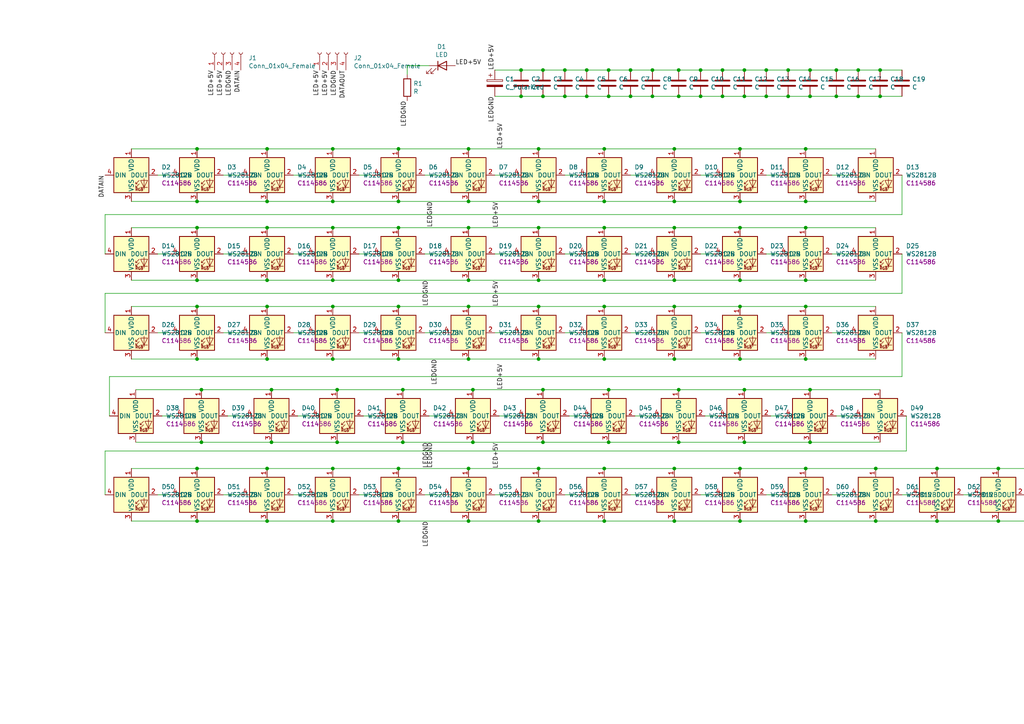
<source format=kicad_sch>
(kicad_sch (version 20211123) (generator eeschema)
  (paper "A4")
  (title_block (title "SPIN RCV PANEL") (date "2023-02-10") (rev "3"))
  (junction (at 195.58 104.14))
  (junction (at 96.52 151.13))
  (junction (at 175.26 58.42))
  (junction (at 195.58 81.28))
  (junction (at 115.57 88.9))
  (junction (at 170.18 27.94))
  (junction (at 234.95 27.94))
  (junction (at 57.15 104.14))
  (junction (at 58.42 113.03))
  (junction (at 214.63 88.9))
  (junction (at 96.52 135.89))
  (junction (at 271.78 135.89))
  (junction (at 135.89 88.9))
  (junction (at 115.57 43.18))
  (junction (at 96.52 66.04))
  (junction (at 176.53 27.94))
  (junction (at 195.58 58.42))
  (junction (at 116.84 113.03))
  (junction (at 77.47 43.18))
  (junction (at 77.47 81.28))
  (junction (at 115.57 151.13))
  (junction (at 196.85 113.03))
  (junction (at 57.15 81.28))
  (junction (at 214.63 43.18))
  (junction (at 195.58 88.9))
  (junction (at 57.15 66.04))
  (junction (at 196.85 128.27))
  (junction (at 228.6 27.94))
  (junction (at 175.26 104.14))
  (junction (at 137.16 128.27))
  (junction (at 195.58 135.89))
  (junction (at 170.18 20.32))
  (junction (at 175.26 66.04))
  (junction (at 57.15 58.42))
  (junction (at 151.13 20.32))
  (junction (at 289.56 151.13))
  (junction (at 97.79 113.03))
  (junction (at 163.83 27.94))
  (junction (at 176.53 20.32))
  (junction (at 271.78 151.13))
  (junction (at 289.56 135.89))
  (junction (at 115.57 58.42))
  (junction (at 182.88 20.32))
  (junction (at 215.9 20.32))
  (junction (at 196.85 20.32))
  (junction (at 215.9 128.27))
  (junction (at 209.55 27.94))
  (junction (at 156.21 58.42))
  (junction (at 175.26 88.9))
  (junction (at 96.52 58.42))
  (junction (at 215.9 113.03))
  (junction (at 176.53 113.03))
  (junction (at 156.21 43.18))
  (junction (at 233.68 66.04))
  (junction (at 96.52 104.14))
  (junction (at 233.68 81.28))
  (junction (at 78.74 113.03))
  (junction (at 175.26 81.28))
  (junction (at 234.95 128.27))
  (junction (at 242.57 27.94))
  (junction (at 233.68 151.13))
  (junction (at 233.68 88.9))
  (junction (at 175.26 135.89))
  (junction (at 96.52 81.28))
  (junction (at 115.57 81.28))
  (junction (at 135.89 151.13))
  (junction (at 57.15 151.13))
  (junction (at 222.25 27.94))
  (junction (at 116.84 128.27))
  (junction (at 96.52 88.9))
  (junction (at 156.21 66.04))
  (junction (at 222.25 20.32))
  (junction (at 233.68 104.14))
  (junction (at 157.48 20.32))
  (junction (at 77.47 135.89))
  (junction (at 157.48 113.03))
  (junction (at 196.85 27.94))
  (junction (at 115.57 104.14))
  (junction (at 77.47 104.14))
  (junction (at 115.57 66.04))
  (junction (at 209.55 20.32))
  (junction (at 156.21 88.9))
  (junction (at 215.9 27.94))
  (junction (at 195.58 43.18))
  (junction (at 57.15 88.9))
  (junction (at 255.27 27.94))
  (junction (at 135.89 58.42))
  (junction (at 96.52 43.18))
  (junction (at 163.83 20.32))
  (junction (at 97.79 128.27))
  (junction (at 157.48 27.94))
  (junction (at 156.21 104.14))
  (junction (at 137.16 113.03))
  (junction (at 195.58 66.04))
  (junction (at 58.42 128.27))
  (junction (at 151.13 27.94))
  (junction (at 135.89 104.14))
  (junction (at 254 151.13))
  (junction (at 214.63 81.28))
  (junction (at 214.63 58.42))
  (junction (at 77.47 58.42))
  (junction (at 77.47 151.13))
  (junction (at 228.6 20.32))
  (junction (at 175.26 151.13))
  (junction (at 214.63 66.04))
  (junction (at 115.57 135.89))
  (junction (at 176.53 128.27))
  (junction (at 135.89 43.18))
  (junction (at 57.15 135.89))
  (junction (at 189.23 20.32))
  (junction (at 248.92 20.32))
  (junction (at 182.88 27.94))
  (junction (at 135.89 135.89))
  (junction (at 175.26 43.18))
  (junction (at 214.63 104.14))
  (junction (at 233.68 135.89))
  (junction (at 156.21 151.13))
  (junction (at 203.2 27.94))
  (junction (at 156.21 135.89))
  (junction (at 234.95 113.03))
  (junction (at 214.63 135.89))
  (junction (at 234.95 20.32))
  (junction (at 78.74 128.27))
  (junction (at 57.15 43.18))
  (junction (at 195.58 151.13))
  (junction (at 135.89 81.28))
  (junction (at 135.89 66.04))
  (junction (at 254 135.89))
  (junction (at 189.23 27.94))
  (junction (at 156.21 81.28))
  (junction (at 233.68 58.42))
  (junction (at 233.68 43.18))
  (junction (at 203.2 20.32))
  (junction (at 248.92 27.94))
  (junction (at 77.47 66.04))
  (junction (at 157.48 128.27))
  (junction (at 77.47 88.9))
  (junction (at 242.57 20.32))
  (junction (at 214.63 151.13))
  (junction (at 255.27 20.32))
  (wire (pts (xy 118.11 19.05) (xy 118.11 21.59)))
  (wire (pts (xy 135.89 81.28) (xy 156.21 81.28)))
  (wire (pts (xy 233.68 88.9) (xy 214.63 88.9)))
  (wire (pts (xy 88.9 73.66) (xy 85.09 73.66)))
  (wire (pts (xy 58.42 128.27) (xy 78.74 128.27)))
  (wire (pts (xy 228.6 27.94) (xy 222.25 27.94)))
  (wire (pts (xy 196.85 113.03) (xy 176.53 113.03)))
  (wire (pts (xy 204.47 120.65) (xy 208.28 120.65)))
  (wire (pts (xy 222.25 96.52) (xy 226.06 96.52)))
  (wire (pts (xy 234.95 20.32) (xy 242.57 20.32)))
  (wire (pts (xy 187.96 73.66) (xy 182.88 73.66)))
  (wire (pts (xy 123.19 50.8) (xy 128.27 50.8)))
  (wire (pts (xy 261.62 62.23) (xy 30.48 62.23)))
  (wire (pts (xy 195.58 104.14) (xy 214.63 104.14)))
  (wire (pts (xy 97.79 113.03) (xy 78.74 113.03)))
  (wire (pts (xy 143.51 20.32) (xy 151.13 20.32)))
  (wire (pts (xy 105.41 120.65) (xy 109.22 120.65)))
  (wire (pts (xy 77.47 104.14) (xy 96.52 104.14)))
  (wire (pts (xy 97.79 128.27) (xy 116.84 128.27)))
  (wire (pts (xy 233.68 43.18) (xy 214.63 43.18)))
  (wire (pts (xy 307.34 135.89) (xy 289.56 135.89)))
  (wire (pts (xy 124.46 120.65) (xy 129.54 120.65)))
  (wire (pts (xy 143.51 143.51) (xy 148.59 143.51)))
  (wire (pts (xy 175.26 88.9) (xy 156.21 88.9)))
  (wire (pts (xy 96.52 104.14) (xy 115.57 104.14)))
  (wire (pts (xy 77.47 88.9) (xy 57.15 88.9)))
  (wire (pts (xy 135.89 66.04) (xy 115.57 66.04)))
  (wire (pts (xy 214.63 58.42) (xy 233.68 58.42)))
  (wire (pts (xy 45.72 50.8) (xy 49.53 50.8)))
  (wire (pts (xy 195.58 135.89) (xy 175.26 135.89)))
  (wire (pts (xy 261.62 27.94) (xy 255.27 27.94)))
  (wire (pts (xy 96.52 88.9) (xy 77.47 88.9)))
  (wire (pts (xy 233.68 104.14) (xy 254 104.14)))
  (wire (pts (xy 195.58 81.28) (xy 214.63 81.28)))
  (wire (pts (xy 135.89 58.42) (xy 156.21 58.42)))
  (wire (pts (xy 195.58 58.42) (xy 214.63 58.42)))
  (wire (pts (xy 241.3 96.52) (xy 246.38 96.52)))
  (wire (pts (xy 38.1 81.28) (xy 57.15 81.28)))
  (wire (pts (xy 78.74 128.27) (xy 97.79 128.27)))
  (wire (pts (xy 39.37 128.27) (xy 58.42 128.27)))
  (wire (pts (xy 157.48 128.27) (xy 176.53 128.27)))
  (wire (pts (xy 233.68 135.89) (xy 214.63 135.89)))
  (wire (pts (xy 57.15 81.28) (xy 77.47 81.28)))
  (wire (pts (xy 195.58 151.13) (xy 214.63 151.13)))
  (wire (pts (xy 255.27 27.94) (xy 248.92 27.94)))
  (wire (pts (xy 30.48 130.81) (xy 30.48 143.51)))
  (wire (pts (xy 214.63 88.9) (xy 195.58 88.9)))
  (wire (pts (xy 234.95 128.27) (xy 255.27 128.27)))
  (wire (pts (xy 255.27 20.32) (xy 261.62 20.32)))
  (wire (pts (xy 165.1 120.65) (xy 168.91 120.65)))
  (wire (pts (xy 255.27 113.03) (xy 234.95 113.03)))
  (wire (pts (xy 135.89 151.13) (xy 156.21 151.13)))
  (wire (pts (xy 242.57 120.65) (xy 247.65 120.65)))
  (wire (pts (xy 175.26 151.13) (xy 195.58 151.13)))
  (wire (pts (xy 57.15 88.9) (xy 38.1 88.9)))
  (wire (pts (xy 163.83 96.52) (xy 167.64 96.52)))
  (wire (pts (xy 170.18 27.94) (xy 163.83 27.94)))
  (wire (pts (xy 156.21 104.14) (xy 175.26 104.14)))
  (wire (pts (xy 135.89 43.18) (xy 115.57 43.18)))
  (wire (pts (xy 78.74 113.03) (xy 58.42 113.03)))
  (wire (pts (xy 157.48 20.32) (xy 163.83 20.32)))
  (wire (pts (xy 241.3 50.8) (xy 246.38 50.8)))
  (wire (pts (xy 167.64 73.66) (xy 163.83 73.66)))
  (wire (pts (xy 96.52 135.89) (xy 77.47 135.89)))
  (wire (pts (xy 116.84 113.03) (xy 97.79 113.03)))
  (wire (pts (xy 196.85 27.94) (xy 189.23 27.94)))
  (wire (pts (xy 135.89 88.9) (xy 115.57 88.9)))
  (wire (pts (xy 137.16 113.03) (xy 116.84 113.03)))
  (wire (pts (xy 182.88 27.94) (xy 176.53 27.94)))
  (wire (pts (xy 175.26 135.89) (xy 156.21 135.89)))
  (wire (pts (xy 176.53 128.27) (xy 196.85 128.27)))
  (wire (pts (xy 307.34 151.13) (xy 289.56 151.13)))
  (wire (pts (xy 261.62 50.8) (xy 261.62 62.23)))
  (wire (pts (xy 289.56 151.13) (xy 271.78 151.13)))
  (wire (pts (xy 156.21 81.28) (xy 175.26 81.28)))
  (wire (pts (xy 30.48 62.23) (xy 30.48 73.66)))
  (wire (pts (xy 45.72 96.52) (xy 49.53 96.52)))
  (wire (pts (xy 143.51 96.52) (xy 148.59 96.52)))
  (wire (pts (xy 209.55 20.32) (xy 215.9 20.32)))
  (wire (pts (xy 163.83 50.8) (xy 167.64 50.8)))
  (wire (pts (xy 222.25 27.94) (xy 215.9 27.94)))
  (wire (pts (xy 262.89 120.65) (xy 262.89 130.81)))
  (wire (pts (xy 234.95 113.03) (xy 215.9 113.03)))
  (wire (pts (xy 203.2 143.51) (xy 207.01 143.51)))
  (wire (pts (xy 233.68 66.04) (xy 214.63 66.04)))
  (wire (pts (xy 261.62 73.66) (xy 261.62 85.09)))
  (wire (pts (xy 156.21 66.04) (xy 135.89 66.04)))
  (wire (pts (xy 124.46 19.05) (xy 118.11 19.05)))
  (wire (pts (xy 214.63 43.18) (xy 195.58 43.18)))
  (wire (pts (xy 115.57 135.89) (xy 96.52 135.89)))
  (wire (pts (xy 242.57 27.94) (xy 234.95 27.94)))
  (wire (pts (xy 261.62 85.09) (xy 30.48 85.09)))
  (wire (pts (xy 57.15 104.14) (xy 77.47 104.14)))
  (wire (pts (xy 156.21 43.18) (xy 135.89 43.18)))
  (wire (pts (xy 254 88.9) (xy 233.68 88.9)))
  (wire (pts (xy 281.94 143.51) (xy 279.4 143.51)))
  (wire (pts (xy 96.52 81.28) (xy 115.57 81.28)))
  (wire (pts (xy 115.57 58.42) (xy 135.89 58.42)))
  (wire (pts (xy 226.06 73.66) (xy 222.25 73.66)))
  (wire (pts (xy 175.26 58.42) (xy 195.58 58.42)))
  (wire (pts (xy 261.62 109.22) (xy 31.75 109.22)))
  (wire (pts (xy 77.47 151.13) (xy 96.52 151.13)))
  (wire (pts (xy 104.14 50.8) (xy 107.95 50.8)))
  (wire (pts (xy 77.47 135.89) (xy 57.15 135.89)))
  (wire (pts (xy 246.38 73.66) (xy 241.3 73.66)))
  (wire (pts (xy 148.59 73.66) (xy 143.51 73.66)))
  (wire (pts (xy 182.88 96.52) (xy 187.96 96.52)))
  (wire (pts (xy 77.47 58.42) (xy 96.52 58.42)))
  (wire (pts (xy 262.89 130.81) (xy 30.48 130.81)))
  (wire (pts (xy 31.75 109.22) (xy 31.75 120.65)))
  (wire (pts (xy 115.57 88.9) (xy 96.52 88.9)))
  (wire (pts (xy 135.89 104.14) (xy 156.21 104.14)))
  (wire (pts (xy 64.77 50.8) (xy 69.85 50.8)))
  (wire (pts (xy 104.14 143.51) (xy 107.95 143.51)))
  (wire (pts (xy 215.9 27.94) (xy 209.55 27.94)))
  (wire (pts (xy 170.18 20.32) (xy 176.53 20.32)))
  (wire (pts (xy 96.52 151.13) (xy 115.57 151.13)))
  (wire (pts (xy 176.53 113.03) (xy 157.48 113.03)))
  (wire (pts (xy 163.83 27.94) (xy 157.48 27.94)))
  (wire (pts (xy 96.52 58.42) (xy 115.57 58.42)))
  (wire (pts (xy 163.83 20.32) (xy 170.18 20.32)))
  (wire (pts (xy 77.47 43.18) (xy 57.15 43.18)))
  (wire (pts (xy 156.21 58.42) (xy 175.26 58.42)))
  (wire (pts (xy 156.21 151.13) (xy 175.26 151.13)))
  (wire (pts (xy 46.99 120.65) (xy 50.8 120.65)))
  (wire (pts (xy 58.42 113.03) (xy 39.37 113.03)))
  (wire (pts (xy 222.25 20.32) (xy 228.6 20.32)))
  (wire (pts (xy 189.23 20.32) (xy 196.85 20.32)))
  (wire (pts (xy 151.13 27.94) (xy 143.51 27.94)))
  (wire (pts (xy 214.63 81.28) (xy 233.68 81.28)))
  (wire (pts (xy 203.2 96.52) (xy 207.01 96.52)))
  (wire (pts (xy 203.2 50.8) (xy 207.01 50.8)))
  (wire (pts (xy 196.85 20.32) (xy 203.2 20.32)))
  (wire (pts (xy 209.55 27.94) (xy 203.2 27.94)))
  (wire (pts (xy 38.1 104.14) (xy 57.15 104.14)))
  (wire (pts (xy 64.77 96.52) (xy 69.85 96.52)))
  (wire (pts (xy 115.57 43.18) (xy 96.52 43.18)))
  (wire (pts (xy 57.15 151.13) (xy 77.47 151.13)))
  (wire (pts (xy 85.09 50.8) (xy 88.9 50.8)))
  (wire (pts (xy 57.15 66.04) (xy 38.1 66.04)))
  (wire (pts (xy 271.78 151.13) (xy 254 151.13)))
  (wire (pts (xy 175.26 66.04) (xy 156.21 66.04)))
  (wire (pts (xy 123.19 143.51) (xy 128.27 143.51)))
  (wire (pts (xy 115.57 66.04) (xy 96.52 66.04)))
  (wire (pts (xy 175.26 104.14) (xy 195.58 104.14)))
  (wire (pts (xy 189.23 27.94) (xy 182.88 27.94)))
  (wire (pts (xy 115.57 151.13) (xy 135.89 151.13)))
  (wire (pts (xy 233.68 81.28) (xy 254 81.28)))
  (wire (pts (xy 234.95 27.94) (xy 228.6 27.94)))
  (wire (pts (xy 289.56 135.89) (xy 271.78 135.89)))
  (wire (pts (xy 77.47 66.04) (xy 57.15 66.04)))
  (wire (pts (xy 215.9 128.27) (xy 234.95 128.27)))
  (wire (pts (xy 175.26 81.28) (xy 195.58 81.28)))
  (wire (pts (xy 38.1 58.42) (xy 57.15 58.42)))
  (wire (pts (xy 254 43.18) (xy 233.68 43.18)))
  (wire (pts (xy 115.57 104.14) (xy 135.89 104.14)))
  (wire (pts (xy 163.83 143.51) (xy 167.64 143.51)))
  (wire (pts (xy 123.19 96.52) (xy 128.27 96.52)))
  (wire (pts (xy 157.48 27.94) (xy 151.13 27.94)))
  (wire (pts (xy 248.92 20.32) (xy 255.27 20.32)))
  (wire (pts (xy 214.63 135.89) (xy 195.58 135.89)))
  (wire (pts (xy 254 135.89) (xy 233.68 135.89)))
  (wire (pts (xy 104.14 96.52) (xy 107.95 96.52)))
  (wire (pts (xy 38.1 151.13) (xy 57.15 151.13)))
  (wire (pts (xy 182.88 20.32) (xy 189.23 20.32)))
  (wire (pts (xy 215.9 113.03) (xy 196.85 113.03)))
  (wire (pts (xy 57.15 43.18) (xy 38.1 43.18)))
  (wire (pts (xy 107.95 73.66) (xy 104.14 73.66)))
  (wire (pts (xy 85.09 96.52) (xy 88.9 96.52)))
  (wire (pts (xy 261.62 96.52) (xy 261.62 109.22)))
  (wire (pts (xy 248.92 27.94) (xy 242.57 27.94)))
  (wire (pts (xy 85.09 143.51) (xy 88.9 143.51)))
  (wire (pts (xy 176.53 20.32) (xy 182.88 20.32)))
  (wire (pts (xy 77.47 81.28) (xy 96.52 81.28)))
  (wire (pts (xy 96.52 66.04) (xy 77.47 66.04)))
  (wire (pts (xy 299.72 143.51) (xy 297.18 143.51)))
  (wire (pts (xy 115.57 81.28) (xy 135.89 81.28)))
  (wire (pts (xy 57.15 58.42) (xy 77.47 58.42)))
  (wire (pts (xy 69.85 73.66) (xy 64.77 73.66)))
  (wire (pts (xy 215.9 20.32) (xy 222.25 20.32)))
  (wire (pts (xy 182.88 50.8) (xy 187.96 50.8)))
  (wire (pts (xy 66.04 120.65) (xy 71.12 120.65)))
  (wire (pts (xy 116.84 128.27) (xy 137.16 128.27)))
  (wire (pts (xy 207.01 73.66) (xy 203.2 73.66)))
  (wire (pts (xy 233.68 151.13) (xy 254 151.13)))
  (wire (pts (xy 49.53 73.66) (xy 45.72 73.66)))
  (wire (pts (xy 135.89 135.89) (xy 115.57 135.89)))
  (wire (pts (xy 195.58 66.04) (xy 175.26 66.04)))
  (wire (pts (xy 214.63 104.14) (xy 233.68 104.14)))
  (wire (pts (xy 203.2 20.32) (xy 209.55 20.32)))
  (wire (pts (xy 144.78 120.65) (xy 149.86 120.65)))
  (wire (pts (xy 242.57 20.32) (xy 248.92 20.32)))
  (wire (pts (xy 96.52 43.18) (xy 77.47 43.18)))
  (wire (pts (xy 196.85 128.27) (xy 215.9 128.27)))
  (wire (pts (xy 228.6 20.32) (xy 234.95 20.32)))
  (wire (pts (xy 184.15 120.65) (xy 189.23 120.65)))
  (wire (pts (xy 175.26 43.18) (xy 156.21 43.18)))
  (wire (pts (xy 195.58 43.18) (xy 175.26 43.18)))
  (wire (pts (xy 156.21 135.89) (xy 135.89 135.89)))
  (wire (pts (xy 203.2 27.94) (xy 196.85 27.94)))
  (wire (pts (xy 64.77 143.51) (xy 69.85 143.51)))
  (wire (pts (xy 271.78 135.89) (xy 254 135.89)))
  (wire (pts (xy 214.63 66.04) (xy 195.58 66.04)))
  (wire (pts (xy 157.48 113.03) (xy 137.16 113.03)))
  (wire (pts (xy 241.3 143.51) (xy 246.38 143.51)))
  (wire (pts (xy 57.15 135.89) (xy 38.1 135.89)))
  (wire (pts (xy 176.53 27.94) (xy 170.18 27.94)))
  (wire (pts (xy 254 66.04) (xy 233.68 66.04)))
  (wire (pts (xy 86.36 120.65) (xy 90.17 120.65)))
  (wire (pts (xy 222.25 143.51) (xy 226.06 143.51)))
  (wire (pts (xy 128.27 73.66) (xy 123.19 73.66)))
  (wire (pts (xy 143.51 50.8) (xy 148.59 50.8)))
  (wire (pts (xy 156.21 88.9) (xy 135.89 88.9)))
  (wire (pts (xy 233.68 58.42) (xy 254 58.42)))
  (wire (pts (xy 137.16 128.27) (xy 157.48 128.27)))
  (wire (pts (xy 214.63 151.13) (xy 233.68 151.13)))
  (wire (pts (xy 182.88 143.51) (xy 187.96 143.51)))
  (wire (pts (xy 264.16 143.51) (xy 261.62 143.51)))
  (wire (pts (xy 195.58 88.9) (xy 175.26 88.9)))
  (wire (pts (xy 30.48 85.09) (xy 30.48 96.52)))
  (wire (pts (xy 45.72 143.51) (xy 49.53 143.51)))
  (wire (pts (xy 223.52 120.65) (xy 227.33 120.65)))
  (wire (pts (xy 151.13 20.32) (xy 157.48 20.32)))
  (wire (pts (xy 222.25 50.8) (xy 226.06 50.8)))
  (label "LEDGND" (at 67.31 20.32 270))
  (label "LED+5V" (at 146.05 43.18 90))
  (label "LED+5V" (at 146.05 113.03 90))
  (label "LED+5V" (at 132.08 19.05 0))
  (label "LEDGND" (at 124.46 151.13 270))
  (label "DATAOUT" (at 314.96 143.51 270))
  (label "LED+5V" (at 62.23 20.32 270))
  (label "LED+5V" (at 95.25 20.32 270))
  (label "LED+5V" (at 143.51 20.32 90))
  (label "LEDGND" (at 143.51 27.94 270))
  (label "LEDGND" (at 97.79 20.32 270))
  (label "DATAIN" (at 30.48 50.8 270))
  (label "LEDGND" (at 127 104.14 270))
  (label "LED+5V" (at 144.78 88.9 90))
  (label "LEDGND" (at 124.46 81.28 270))
  (label "LEDGND" (at 125.73 128.27 270))
  (label "DATAIN" (at 69.85 20.32 270))
  (label "LED+5V" (at 144.78 66.04 90))
  (label "LED+5V" (at 64.77 20.32 270))
  (label "LED+5V" (at 144.78 135.89 90))
  (label "DATAOUT" (at 100.33 20.32 270))
  (label "LEDGND" (at 118.11 29.21 270))
  (label "LEDGND" (at 125.73 58.42 270))
  (label "LEDGND" (at 124.46 128.27 270))
  (label "LED+5V" (at 92.71 20.32 270))
  (symbol (lib_id "LED:WS2812B") (at 289.56 143.51 0) (unit 1)
    (property "Reference" "D63" (at 298.2976 141.1986 0) (effects (justify left)))
    (property "Value" "WS2812B" (at 298.2976 143.51 0) (effects (justify left)))
    (property "Footprint" "OH_Footprints:LED_WS2812B_PLCC4_5.0x5.0mm_P3.2mm" (effects hide))
    (property "Datasheet" "https://cdn-shop.adafruit.com/datasheets/WS2812B.pdf" (effects hide))
    (property "LCSC Part Number" "C114586" (at 298.2976 145.8214 0) (effects (justify left)))
  )
  (symbol (lib_id "LED:WS2812B") (at 307.34 143.51 0) (unit 1)
    (property "Reference" "D64" (at 316.0776 141.1986 0) (effects (justify left)))
    (property "Value" "WS2812B" (at 316.0776 143.51 0) (effects (justify left)))
    (property "Footprint" "OH_Footprints:LED_WS2812B_PLCC4_5.0x5.0mm_P3.2mm" (effects hide))
    (property "Datasheet" "https://cdn-shop.adafruit.com/datasheets/WS2812B.pdf" (effects hide))
    (property "LCSC Part Number" "C114586" (at 316.0776 145.8214 0) (effects (justify left)))
  )
  (symbol (lib_id "Device:C") (at 151.13 24.13 0) (unit 1)
    (property "Reference" "C2" (at 154.051 22.9616 0) (effects (justify left)))
    (property "Value" "C" (at 154.051 25.273 0) (effects (justify left)))
    (property "Footprint" "OH_Footprints:C_0603_1608Metric" (effects hide))
  )
  (symbol (lib_id "Device:C") (at 157.48 24.13 0) (unit 1)
    (property "Reference" "C3" (at 160.401 22.9616 0) (effects (justify left)))
    (property "Value" "C" (at 160.401 25.273 0) (effects (justify left)))
    (property "Footprint" "OH_Footprints:C_0603_1608Metric" (effects hide))
  )
  (symbol (lib_id "Device:C") (at 163.83 24.13 0) (unit 1)
    (property "Reference" "C4" (at 166.751 22.9616 0) (effects (justify left)))
    (property "Value" "C" (at 166.751 25.273 0) (effects (justify left)))
    (property "Footprint" "OH_Footprints:C_0603_1608Metric" (effects hide))
  )
  (symbol (lib_id "Device:C") (at 170.18 24.13 0) (unit 1)
    (property "Reference" "C5" (at 173.101 22.9616 0) (effects (justify left)))
    (property "Value" "C" (at 173.101 25.273 0) (effects (justify left)))
    (property "Footprint" "OH_Footprints:C_0603_1608Metric" (effects hide))
  )
  (symbol (lib_id "Device:C") (at 176.53 24.13 0) (unit 1)
    (property "Reference" "C6" (at 179.451 22.9616 0) (effects (justify left)))
    (property "Value" "C" (at 179.451 25.273 0) (effects (justify left)))
    (property "Footprint" "OH_Footprints:C_0603_1608Metric" (effects hide))
  )
  (symbol (lib_id "Device:C") (at 182.88 24.13 0) (unit 1)
    (property "Reference" "C7" (at 185.801 22.9616 0) (effects (justify left)))
    (property "Value" "C" (at 185.801 25.273 0) (effects (justify left)))
    (property "Footprint" "OH_Footprints:C_0603_1608Metric" (effects hide))
  )
  (symbol (lib_id "Device:C") (at 189.23 24.13 0) (unit 1)
    (property "Reference" "C8" (at 192.151 22.9616 0) (effects (justify left)))
    (property "Value" "C" (at 192.151 25.273 0) (effects (justify left)))
    (property "Footprint" "OH_Footprints:C_0603_1608Metric" (effects hide))
  )
  (symbol (lib_id "Device:C") (at 196.85 24.13 0) (unit 1)
    (property "Reference" "C9" (at 199.771 22.9616 0) (effects (justify left)))
    (property "Value" "C" (at 199.771 25.273 0) (effects (justify left)))
    (property "Footprint" "OH_Footprints:C_0603_1608Metric" (effects hide))
  )
  (symbol (lib_id "Device:C") (at 203.2 24.13 0) (unit 1)
    (property "Reference" "C10" (at 206.121 22.9616 0) (effects (justify left)))
    (property "Value" "C" (at 206.121 25.273 0) (effects (justify left)))
    (property "Footprint" "OH_Footprints:C_0603_1608Metric" (effects hide))
  )
  (symbol (lib_id "Device:C") (at 209.55 24.13 0) (unit 1)
    (property "Reference" "C11" (at 212.471 22.9616 0) (effects (justify left)))
    (property "Value" "C" (at 212.471 25.273 0) (effects (justify left)))
    (property "Footprint" "OH_Footprints:C_0603_1608Metric" (effects hide))
  )
  (symbol (lib_id "Device:C") (at 215.9 24.13 0) (unit 1)
    (property "Reference" "C12" (at 218.821 22.9616 0) (effects (justify left)))
    (property "Value" "C" (at 218.821 25.273 0) (effects (justify left)))
    (property "Footprint" "OH_Footprints:C_0603_1608Metric" (effects hide))
  )
  (symbol (lib_id "Device:C") (at 222.25 24.13 0) (unit 1)
    (property "Reference" "C13" (at 225.171 22.9616 0) (effects (justify left)))
    (property "Value" "C" (at 225.171 25.273 0) (effects (justify left)))
    (property "Footprint" "OH_Footprints:C_0603_1608Metric" (effects hide))
  )
  (symbol (lib_id "Device:C") (at 228.6 24.13 0) (unit 1)
    (property "Reference" "C14" (at 231.521 22.9616 0) (effects (justify left)))
    (property "Value" "C" (at 231.521 25.273 0) (effects (justify left)))
    (property "Footprint" "OH_Footprints:C_0603_1608Metric" (effects hide))
  )
  (symbol (lib_id "Device:C") (at 234.95 24.13 0) (unit 1)
    (property "Reference" "C15" (at 237.871 22.9616 0) (effects (justify left)))
    (property "Value" "C" (at 237.871 25.273 0) (effects (justify left)))
    (property "Footprint" "OH_Footprints:C_0603_1608Metric" (effects hide))
  )
  (symbol (lib_id "Device:C") (at 242.57 24.13 0) (unit 1)
    (property "Reference" "C16" (at 245.491 22.9616 0) (effects (justify left)))
    (property "Value" "C" (at 245.491 25.273 0) (effects (justify left)))
    (property "Footprint" "OH_Footprints:C_0603_1608Metric" (effects hide))
  )
  (symbol (lib_id "Device:C") (at 248.92 24.13 0) (unit 1)
    (property "Reference" "C17" (at 251.841 22.9616 0) (effects (justify left)))
    (property "Value" "C" (at 251.841 25.273 0) (effects (justify left)))
    (property "Footprint" "OH_Footprints:C_0603_1608Metric" (effects hide))
  )
  (symbol (lib_id "Device:C") (at 255.27 24.13 0) (unit 1)
    (property "Reference" "C18" (at 258.191 22.9616 0) (effects (justify left)))
    (property "Value" "C" (at 258.191 25.273 0) (effects (justify left)))
    (property "Footprint" "OH_Footprints:C_0603_1608Metric" (effects hide))
  )
  (symbol (lib_id "Device:C") (at 261.62 24.13 0) (unit 1)
    (property "Reference" "C19" (at 264.541 22.9616 0) (effects (justify left)))
    (property "Value" "C" (at 264.541 25.273 0) (effects (justify left)))
    (property "Footprint" "OH_Footprints:C_0603_1608Metric" (effects hide))
  )
  (symbol (lib_id "Device:C_Polarized") (at 143.51 24.13 0) (unit 1)
    (property "Reference" "C1" (at 146.5072 22.9616 0) (effects (justify left)))
    (property "Value" "C_Polarized" (at 146.5072 25.273 0) (effects (justify left)))
    (property "Footprint" "OH_Footprints:CP_Elec_8x10" (effects hide))
  )
  (symbol (lib_id "LED:WS2812B") (at 38.1 50.8 0) (unit 1)
    (property "Reference" "D2" (at 46.8376 48.4886 0) (effects (justify left)))
    (property "Value" "WS2812B" (at 46.8376 50.8 0) (effects (justify left)))
    (property "Footprint" "OH_Footprints:LED_WS2812B_PLCC4_5.0x5.0mm_P3.2mm" (effects hide))
    (property "Datasheet" "https://cdn-shop.adafruit.com/datasheets/WS2812B.pdf" (effects hide))
    (property "LCSC Part Number" "C114586" (at 46.8376 53.1114 0) (effects (justify left)))
  )
  (symbol (lib_id "Device:R") (at 118.11 25.4 0) (unit 1)
    (property "Reference" "R1" (at 119.888 24.2316 0) (effects (justify left)))
    (property "Value" "R" (at 119.888 26.543 0) (effects (justify left)))
    (property "Footprint" "OH_Footprints:R_0603_1608Metric" (effects hide))
  )
  (symbol (lib_id "Device:LED") (at 128.27 19.05 0) (unit 1)
    (property "Reference" "D1" (at 128.0922 13.5382 0))
    (property "Value" "LED" (at 128.0922 15.8496 0))
    (property "Footprint" "OH_Footprints:LED_D3.0mm" (effects hide))
  )
  (symbol (lib_id "Connector:Conn_01x04_Female") (at 64.77 15.24 90) (unit 1)
    (property "Reference" "J1" (at 72.0852 16.8148 90) (effects (justify right)))
    (property "Value" "Conn_01x04_Female" (at 72.0852 19.1262 90) (effects (justify right)))
    (property "Footprint" "OH_Footprints:Molex_Mini-Fit_Jr_5566-04A_2x02_P4.20mm_Vertical" (effects hide))
  )
  (symbol (lib_id "Connector:Conn_01x04_Female") (at 95.25 15.24 90) (unit 1)
    (property "Reference" "J2" (at 102.5652 16.8148 90) (effects (justify right)))
    (property "Value" "Conn_01x04_Female" (at 102.5652 19.1262 90) (effects (justify right)))
    (property "Footprint" "OH_Footprints:Molex_Mini-Fit_Jr_5566-04A_2x02_P4.20mm_Vertical" (effects hide))
  )
  (symbol (lib_id "LED:WS2812B") (at 57.15 50.8 0) (unit 1)
    (property "Reference" "D3" (at 65.8876 48.4886 0) (effects (justify left)))
    (property "Value" "WS2812B" (at 65.8876 50.8 0) (effects (justify left)))
    (property "Footprint" "OH_Footprints:LED_WS2812B_PLCC4_5.0x5.0mm_P3.2mm" (effects hide))
    (property "Datasheet" "https://cdn-shop.adafruit.com/datasheets/WS2812B.pdf" (effects hide))
    (property "LCSC Part Number" "C114586" (at 65.8876 53.1114 0) (effects (justify left)))
  )
  (symbol (lib_id "LED:WS2812B") (at 77.47 50.8 0) (unit 1)
    (property "Reference" "D4" (at 86.2076 48.4886 0) (effects (justify left)))
    (property "Value" "WS2812B" (at 86.2076 50.8 0) (effects (justify left)))
    (property "Footprint" "OH_Footprints:LED_WS2812B_PLCC4_5.0x5.0mm_P3.2mm" (effects hide))
    (property "Datasheet" "https://cdn-shop.adafruit.com/datasheets/WS2812B.pdf" (effects hide))
    (property "LCSC Part Number" "C114586" (at 86.2076 53.1114 0) (effects (justify left)))
  )
  (symbol (lib_id "LED:WS2812B") (at 96.52 50.8 0) (unit 1)
    (property "Reference" "D5" (at 105.2576 48.4886 0) (effects (justify left)))
    (property "Value" "WS2812B" (at 105.2576 50.8 0) (effects (justify left)))
    (property "Footprint" "OH_Footprints:LED_WS2812B_PLCC4_5.0x5.0mm_P3.2mm" (effects hide))
    (property "Datasheet" "https://cdn-shop.adafruit.com/datasheets/WS2812B.pdf" (effects hide))
    (property "LCSC Part Number" "C114586" (at 105.2576 53.1114 0) (effects (justify left)))
  )
  (symbol (lib_id "LED:WS2812B") (at 115.57 50.8 0) (unit 1)
    (property "Reference" "D6" (at 124.3076 48.4886 0) (effects (justify left)))
    (property "Value" "WS2812B" (at 124.3076 50.8 0) (effects (justify left)))
    (property "Footprint" "OH_Footprints:LED_WS2812B_PLCC4_5.0x5.0mm_P3.2mm" (effects hide))
    (property "Datasheet" "https://cdn-shop.adafruit.com/datasheets/WS2812B.pdf" (effects hide))
    (property "LCSC Part Number" "C114586" (at 124.3076 53.1114 0) (effects (justify left)))
  )
  (symbol (lib_id "LED:WS2812B") (at 135.89 50.8 0) (unit 1)
    (property "Reference" "D7" (at 144.6276 48.4886 0) (effects (justify left)))
    (property "Value" "WS2812B" (at 144.6276 50.8 0) (effects (justify left)))
    (property "Footprint" "OH_Footprints:LED_WS2812B_PLCC4_5.0x5.0mm_P3.2mm" (effects hide))
    (property "Datasheet" "https://cdn-shop.adafruit.com/datasheets/WS2812B.pdf" (effects hide))
    (property "LCSC Part Number" "C114586" (at 144.6276 53.1114 0) (effects (justify left)))
  )
  (symbol (lib_id "LED:WS2812B") (at 156.21 50.8 0) (unit 1)
    (property "Reference" "D8" (at 164.9476 48.4886 0) (effects (justify left)))
    (property "Value" "WS2812B" (at 164.9476 50.8 0) (effects (justify left)))
    (property "Footprint" "OH_Footprints:LED_WS2812B_PLCC4_5.0x5.0mm_P3.2mm" (effects hide))
    (property "Datasheet" "https://cdn-shop.adafruit.com/datasheets/WS2812B.pdf" (effects hide))
    (property "LCSC Part Number" "C114586" (at 164.9476 53.1114 0) (effects (justify left)))
  )
  (symbol (lib_id "LED:WS2812B") (at 175.26 50.8 0) (unit 1)
    (property "Reference" "D9" (at 183.9976 48.4886 0) (effects (justify left)))
    (property "Value" "WS2812B" (at 183.9976 50.8 0) (effects (justify left)))
    (property "Footprint" "OH_Footprints:LED_WS2812B_PLCC4_5.0x5.0mm_P3.2mm" (effects hide))
    (property "Datasheet" "https://cdn-shop.adafruit.com/datasheets/WS2812B.pdf" (effects hide))
    (property "LCSC Part Number" "C114586" (at 183.9976 53.1114 0) (effects (justify left)))
  )
  (symbol (lib_id "LED:WS2812B") (at 195.58 50.8 0) (unit 1)
    (property "Reference" "D10" (at 204.3176 48.4886 0) (effects (justify left)))
    (property "Value" "WS2812B" (at 204.3176 50.8 0) (effects (justify left)))
    (property "Footprint" "OH_Footprints:LED_WS2812B_PLCC4_5.0x5.0mm_P3.2mm" (effects hide))
    (property "Datasheet" "https://cdn-shop.adafruit.com/datasheets/WS2812B.pdf" (effects hide))
    (property "LCSC Part Number" "C114586" (at 204.3176 53.1114 0) (effects (justify left)))
  )
  (symbol (lib_id "LED:WS2812B") (at 214.63 50.8 0) (unit 1)
    (property "Reference" "D11" (at 223.3676 48.4886 0) (effects (justify left)))
    (property "Value" "WS2812B" (at 223.3676 50.8 0) (effects (justify left)))
    (property "Footprint" "OH_Footprints:LED_WS2812B_PLCC4_5.0x5.0mm_P3.2mm" (effects hide))
    (property "Datasheet" "https://cdn-shop.adafruit.com/datasheets/WS2812B.pdf" (effects hide))
    (property "LCSC Part Number" "C114586" (at 223.3676 53.1114 0) (effects (justify left)))
  )
  (symbol (lib_id "LED:WS2812B") (at 233.68 50.8 0) (unit 1)
    (property "Reference" "D12" (at 242.4176 48.4886 0) (effects (justify left)))
    (property "Value" "WS2812B" (at 242.4176 50.8 0) (effects (justify left)))
    (property "Footprint" "OH_Footprints:LED_WS2812B_PLCC4_5.0x5.0mm_P3.2mm" (effects hide))
    (property "Datasheet" "https://cdn-shop.adafruit.com/datasheets/WS2812B.pdf" (effects hide))
    (property "LCSC Part Number" "C114586" (at 242.4176 53.1114 0) (effects (justify left)))
  )
  (symbol (lib_id "LED:WS2812B") (at 254 50.8 0) (unit 1)
    (property "Reference" "D13" (at 262.7376 48.4886 0) (effects (justify left)))
    (property "Value" "WS2812B" (at 262.7376 50.8 0) (effects (justify left)))
    (property "Footprint" "OH_Footprints:LED_WS2812B_PLCC4_5.0x5.0mm_P3.2mm" (effects hide))
    (property "Datasheet" "https://cdn-shop.adafruit.com/datasheets/WS2812B.pdf" (effects hide))
    (property "LCSC Part Number" "C114586" (at 262.7376 53.1114 0) (effects (justify left)))
  )
  (symbol (lib_id "LED:WS2812B") (at 38.1 73.66 0) (unit 1)
    (property "Reference" "D14" (at 46.8376 71.3486 0) (effects (justify left)))
    (property "Value" "WS2812B" (at 46.8376 73.66 0) (effects (justify left)))
    (property "Footprint" "OH_Footprints:LED_WS2812B_PLCC4_5.0x5.0mm_P3.2mm" (effects hide))
    (property "Datasheet" "https://cdn-shop.adafruit.com/datasheets/WS2812B.pdf" (effects hide))
    (property "LCSC Part Number" "C114586" (at 46.8376 75.9714 0) (effects (justify left)))
  )
  (symbol (lib_id "LED:WS2812B") (at 57.15 73.66 0) (unit 1)
    (property "Reference" "D15" (at 65.8876 71.3486 0) (effects (justify left)))
    (property "Value" "WS2812B" (at 65.8876 73.66 0) (effects (justify left)))
    (property "Footprint" "OH_Footprints:LED_WS2812B_PLCC4_5.0x5.0mm_P3.2mm" (effects hide))
    (property "Datasheet" "https://cdn-shop.adafruit.com/datasheets/WS2812B.pdf" (effects hide))
    (property "LCSC Part Number" "C114586" (at 65.8876 75.9714 0) (effects (justify left)))
  )
  (symbol (lib_id "LED:WS2812B") (at 77.47 73.66 0) (unit 1)
    (property "Reference" "D16" (at 86.2076 71.3486 0) (effects (justify left)))
    (property "Value" "WS2812B" (at 86.2076 73.66 0) (effects (justify left)))
    (property "Footprint" "OH_Footprints:LED_WS2812B_PLCC4_5.0x5.0mm_P3.2mm" (effects hide))
    (property "Datasheet" "https://cdn-shop.adafruit.com/datasheets/WS2812B.pdf" (effects hide))
    (property "LCSC Part Number" "C114586" (at 86.2076 75.9714 0) (effects (justify left)))
  )
  (symbol (lib_id "LED:WS2812B") (at 96.52 73.66 0) (unit 1)
    (property "Reference" "D17" (at 105.2576 71.3486 0) (effects (justify left)))
    (property "Value" "WS2812B" (at 105.2576 73.66 0) (effects (justify left)))
    (property "Footprint" "OH_Footprints:LED_WS2812B_PLCC4_5.0x5.0mm_P3.2mm" (effects hide))
    (property "Datasheet" "https://cdn-shop.adafruit.com/datasheets/WS2812B.pdf" (effects hide))
    (property "LCSC Part Number" "C114586" (at 105.2576 75.9714 0) (effects (justify left)))
  )
  (symbol (lib_id "LED:WS2812B") (at 115.57 73.66 0) (unit 1)
    (property "Reference" "D18" (at 124.3076 71.3486 0) (effects (justify left)))
    (property "Value" "WS2812B" (at 124.3076 73.66 0) (effects (justify left)))
    (property "Footprint" "OH_Footprints:LED_WS2812B_PLCC4_5.0x5.0mm_P3.2mm" (effects hide))
    (property "Datasheet" "https://cdn-shop.adafruit.com/datasheets/WS2812B.pdf" (effects hide))
    (property "LCSC Part Number" "C114586" (at 124.3076 75.9714 0) (effects (justify left)))
  )
  (symbol (lib_id "LED:WS2812B") (at 135.89 73.66 0) (unit 1)
    (property "Reference" "D19" (at 144.6276 71.3486 0) (effects (justify left)))
    (property "Value" "WS2812B" (at 144.6276 73.66 0) (effects (justify left)))
    (property "Footprint" "OH_Footprints:LED_WS2812B_PLCC4_5.0x5.0mm_P3.2mm" (effects hide))
    (property "Datasheet" "https://cdn-shop.adafruit.com/datasheets/WS2812B.pdf" (effects hide))
    (property "LCSC Part Number" "C114586" (at 144.6276 75.9714 0) (effects (justify left)))
  )
  (symbol (lib_id "LED:WS2812B") (at 156.21 73.66 0) (unit 1)
    (property "Reference" "D20" (at 164.9476 71.3486 0) (effects (justify left)))
    (property "Value" "WS2812B" (at 164.9476 73.66 0) (effects (justify left)))
    (property "Footprint" "OH_Footprints:LED_WS2812B_PLCC4_5.0x5.0mm_P3.2mm" (effects hide))
    (property "Datasheet" "https://cdn-shop.adafruit.com/datasheets/WS2812B.pdf" (effects hide))
    (property "LCSC Part Number" "C114586" (at 164.9476 75.9714 0) (effects (justify left)))
  )
  (symbol (lib_id "LED:WS2812B") (at 175.26 73.66 0) (unit 1)
    (property "Reference" "D21" (at 183.9976 71.3486 0) (effects (justify left)))
    (property "Value" "WS2812B" (at 183.9976 73.66 0) (effects (justify left)))
    (property "Footprint" "OH_Footprints:LED_WS2812B_PLCC4_5.0x5.0mm_P3.2mm" (effects hide))
    (property "Datasheet" "https://cdn-shop.adafruit.com/datasheets/WS2812B.pdf" (effects hide))
    (property "LCSC Part Number" "C114586" (at 183.9976 75.9714 0) (effects (justify left)))
  )
  (symbol (lib_id "LED:WS2812B") (at 195.58 73.66 0) (unit 1)
    (property "Reference" "D22" (at 204.3176 71.3486 0) (effects (justify left)))
    (property "Value" "WS2812B" (at 204.3176 73.66 0) (effects (justify left)))
    (property "Footprint" "OH_Footprints:LED_WS2812B_PLCC4_5.0x5.0mm_P3.2mm" (effects hide))
    (property "Datasheet" "https://cdn-shop.adafruit.com/datasheets/WS2812B.pdf" (effects hide))
    (property "LCSC Part Number" "C114586" (at 204.3176 75.9714 0) (effects (justify left)))
  )
  (symbol (lib_id "LED:WS2812B") (at 214.63 73.66 0) (unit 1)
    (property "Reference" "D23" (at 223.3676 71.3486 0) (effects (justify left)))
    (property "Value" "WS2812B" (at 223.3676 73.66 0) (effects (justify left)))
    (property "Footprint" "OH_Footprints:LED_WS2812B_PLCC4_5.0x5.0mm_P3.2mm" (effects hide))
    (property "Datasheet" "https://cdn-shop.adafruit.com/datasheets/WS2812B.pdf" (effects hide))
    (property "LCSC Part Number" "C114586" (at 223.3676 75.9714 0) (effects (justify left)))
  )
  (symbol (lib_id "LED:WS2812B") (at 233.68 73.66 0) (unit 1)
    (property "Reference" "D24" (at 242.4176 71.3486 0) (effects (justify left)))
    (property "Value" "WS2812B" (at 242.4176 73.66 0) (effects (justify left)))
    (property "Footprint" "OH_Footprints:LED_WS2812B_PLCC4_5.0x5.0mm_P3.2mm" (effects hide))
    (property "Datasheet" "https://cdn-shop.adafruit.com/datasheets/WS2812B.pdf" (effects hide))
    (property "LCSC Part Number" "C114586" (at 242.4176 75.9714 0) (effects (justify left)))
  )
  (symbol (lib_id "LED:WS2812B") (at 254 73.66 0) (unit 1)
    (property "Reference" "D25" (at 262.7376 71.3486 0) (effects (justify left)))
    (property "Value" "WS2812B" (at 262.7376 73.66 0) (effects (justify left)))
    (property "Footprint" "OH_Footprints:LED_WS2812B-MINI_PLCC4_3.5x3.5mm_P1.75mm" (effects hide))
    (property "Datasheet" "https://cdn-shop.adafruit.com/datasheets/WS2812B.pdf" (effects hide))
    (property "LCSC Part Number" "C114586" (at 262.7376 75.9714 0) (effects (justify left)))
  )
  (symbol (lib_id "LED:WS2812B") (at 38.1 96.52 0) (unit 1)
    (property "Reference" "D26" (at 46.8376 94.2086 0) (effects (justify left)))
    (property "Value" "WS2812B" (at 46.8376 96.52 0) (effects (justify left)))
    (property "Footprint" "OH_Footprints:LED_WS2812B_PLCC4_5.0x5.0mm_P3.2mm" (effects hide))
    (property "Datasheet" "https://cdn-shop.adafruit.com/datasheets/WS2812B.pdf" (effects hide))
    (property "LCSC Part Number" "C114586" (at 46.8376 98.8314 0) (effects (justify left)))
  )
  (symbol (lib_id "LED:WS2812B") (at 57.15 96.52 0) (unit 1)
    (property "Reference" "D27" (at 65.8876 94.2086 0) (effects (justify left)))
    (property "Value" "WS2812B" (at 65.8876 96.52 0) (effects (justify left)))
    (property "Footprint" "OH_Footprints:LED_WS2812B_PLCC4_5.0x5.0mm_P3.2mm" (effects hide))
    (property "Datasheet" "https://cdn-shop.adafruit.com/datasheets/WS2812B.pdf" (effects hide))
    (property "LCSC Part Number" "C114586" (at 65.8876 98.8314 0) (effects (justify left)))
  )
  (symbol (lib_id "LED:WS2812B") (at 77.47 96.52 0) (unit 1)
    (property "Reference" "D28" (at 86.2076 94.2086 0) (effects (justify left)))
    (property "Value" "WS2812B" (at 86.2076 96.52 0) (effects (justify left)))
    (property "Footprint" "OH_Footprints:LED_WS2812B_PLCC4_5.0x5.0mm_P3.2mm" (effects hide))
    (property "Datasheet" "https://cdn-shop.adafruit.com/datasheets/WS2812B.pdf" (effects hide))
    (property "LCSC Part Number" "C114586" (at 86.2076 98.8314 0) (effects (justify left)))
  )
  (symbol (lib_id "LED:WS2812B") (at 96.52 96.52 0) (unit 1)
    (property "Reference" "D29" (at 105.2576 94.2086 0) (effects (justify left)))
    (property "Value" "WS2812B" (at 105.2576 96.52 0) (effects (justify left)))
    (property "Footprint" "OH_Footprints:LED_WS2812B-MINI_PLCC4_3.5x3.5mm_P1.75mm" (effects hide))
    (property "Datasheet" "https://cdn-shop.adafruit.com/datasheets/WS2812B.pdf" (effects hide))
    (property "LCSC Part Number" "C114586" (at 105.2576 98.8314 0) (effects (justify left)))
  )
  (symbol (lib_id "LED:WS2812B") (at 115.57 96.52 0) (unit 1)
    (property "Reference" "D30" (at 124.3076 94.2086 0) (effects (justify left)))
    (property "Value" "WS2812B" (at 124.3076 96.52 0) (effects (justify left)))
    (property "Footprint" "OH_Footprints:LED_WS2812B-MINI_PLCC4_3.5x3.5mm_P1.75mm" (effects hide))
    (property "Datasheet" "https://cdn-shop.adafruit.com/datasheets/WS2812B.pdf" (effects hide))
    (property "LCSC Part Number" "C114586" (at 124.3076 98.8314 0) (effects (justify left)))
  )
  (symbol (lib_id "LED:WS2812B") (at 135.89 96.52 0) (unit 1)
    (property "Reference" "D31" (at 144.6276 94.2086 0) (effects (justify left)))
    (property "Value" "WS2812B" (at 144.6276 96.52 0) (effects (justify left)))
    (property "Footprint" "OH_Footprints:LED_WS2812B_PLCC4_5.0x5.0mm_P3.2mm" (effects hide))
    (property "Datasheet" "https://cdn-shop.adafruit.com/datasheets/WS2812B.pdf" (effects hide))
    (property "LCSC Part Number" "C114586" (at 144.6276 98.8314 0) (effects (justify left)))
  )
  (symbol (lib_id "LED:WS2812B") (at 156.21 96.52 0) (unit 1)
    (property "Reference" "D32" (at 164.9476 94.2086 0) (effects (justify left)))
    (property "Value" "WS2812B" (at 164.9476 96.52 0) (effects (justify left)))
    (property "Footprint" "OH_Footprints:LED_WS2812B-MINI_PLCC4_3.5x3.5mm_P1.75mm" (effects hide))
    (property "Datasheet" "https://cdn-shop.adafruit.com/datasheets/WS2812B.pdf" (effects hide))
    (property "LCSC Part Number" "C114586" (at 164.9476 98.8314 0) (effects (justify left)))
  )
  (symbol (lib_id "LED:WS2812B") (at 175.26 96.52 0) (unit 1)
    (property "Reference" "D33" (at 183.9976 94.2086 0) (effects (justify left)))
    (property "Value" "WS2812B" (at 183.9976 96.52 0) (effects (justify left)))
    (property "Footprint" "OH_Footprints:LED_WS2812B-MINI_PLCC4_3.5x3.5mm_P1.75mm" (effects hide))
    (property "Datasheet" "https://cdn-shop.adafruit.com/datasheets/WS2812B.pdf" (effects hide))
    (property "LCSC Part Number" "C114586" (at 183.9976 98.8314 0) (effects (justify left)))
  )
  (symbol (lib_id "LED:WS2812B") (at 195.58 96.52 0) (unit 1)
    (property "Reference" "D34" (at 204.3176 94.2086 0) (effects (justify left)))
    (property "Value" "WS2812B" (at 204.3176 96.52 0) (effects (justify left)))
    (property "Footprint" "OH_Footprints:LED_WS2812B-MINI_PLCC4_3.5x3.5mm_P1.75mm" (effects hide))
    (property "Datasheet" "https://cdn-shop.adafruit.com/datasheets/WS2812B.pdf" (effects hide))
    (property "LCSC Part Number" "C114586" (at 204.3176 98.8314 0) (effects (justify left)))
  )
  (symbol (lib_id "LED:WS2812B") (at 214.63 96.52 0) (unit 1)
    (property "Reference" "D35" (at 223.3676 94.2086 0) (effects (justify left)))
    (property "Value" "WS2812B" (at 223.3676 96.52 0) (effects (justify left)))
    (property "Footprint" "OH_Footprints:LED_WS2812B-MINI_PLCC4_3.5x3.5mm_P1.75mm" (effects hide))
    (property "Datasheet" "https://cdn-shop.adafruit.com/datasheets/WS2812B.pdf" (effects hide))
    (property "LCSC Part Number" "C114586" (at 223.3676 98.8314 0) (effects (justify left)))
  )
  (symbol (lib_id "LED:WS2812B") (at 233.68 96.52 0) (unit 1)
    (property "Reference" "D36" (at 242.4176 94.2086 0) (effects (justify left)))
    (property "Value" "WS2812B" (at 242.4176 96.52 0) (effects (justify left)))
    (property "Footprint" "OH_Footprints:LED_WS2812B-MINI_PLCC4_3.5x3.5mm_P1.75mm" (effects hide))
    (property "Datasheet" "https://cdn-shop.adafruit.com/datasheets/WS2812B.pdf" (effects hide))
    (property "LCSC Part Number" "C114586" (at 242.4176 98.8314 0) (effects (justify left)))
  )
  (symbol (lib_id "LED:WS2812B") (at 254 96.52 0) (unit 1)
    (property "Reference" "D37" (at 262.7376 94.2086 0) (effects (justify left)))
    (property "Value" "WS2812B" (at 262.7376 96.52 0) (effects (justify left)))
    (property "Footprint" "OH_Footprints:LED_WS2812B-MINI_PLCC4_3.5x3.5mm_P1.75mm" (effects hide))
    (property "Datasheet" "https://cdn-shop.adafruit.com/datasheets/WS2812B.pdf" (effects hide))
    (property "LCSC Part Number" "C114586" (at 262.7376 98.8314 0) (effects (justify left)))
  )
  (symbol (lib_id "LED:WS2812B") (at 39.37 120.65 0) (unit 1)
    (property "Reference" "D38" (at 48.1076 118.3386 0) (effects (justify left)))
    (property "Value" "WS2812B" (at 48.1076 120.65 0) (effects (justify left)))
    (property "Footprint" "OH_Footprints:LED_WS2812B_PLCC4_5.0x5.0mm_P3.2mm" (effects hide))
    (property "Datasheet" "https://cdn-shop.adafruit.com/datasheets/WS2812B.pdf" (effects hide))
    (property "LCSC Part Number" "C114586" (at 48.1076 122.9614 0) (effects (justify left)))
  )
  (symbol (lib_id "LED:WS2812B") (at 58.42 120.65 0) (unit 1)
    (property "Reference" "D39" (at 67.1576 118.3386 0) (effects (justify left)))
    (property "Value" "WS2812B" (at 67.1576 120.65 0) (effects (justify left)))
    (property "Footprint" "OH_Footprints:LED_WS2812B-MINI_PLCC4_3.5x3.5mm_P1.75mm" (effects hide))
    (property "Datasheet" "https://cdn-shop.adafruit.com/datasheets/WS2812B.pdf" (effects hide))
    (property "LCSC Part Number" "C114586" (at 67.1576 122.9614 0) (effects (justify left)))
  )
  (symbol (lib_id "LED:WS2812B") (at 78.74 120.65 0) (unit 1)
    (property "Reference" "D40" (at 87.4776 118.3386 0) (effects (justify left)))
    (property "Value" "WS2812B" (at 87.4776 120.65 0) (effects (justify left)))
    (property "Footprint" "OH_Footprints:LED_WS2812B-MINI_PLCC4_3.5x3.5mm_P1.75mm" (effects hide))
    (property "Datasheet" "https://cdn-shop.adafruit.com/datasheets/WS2812B.pdf" (effects hide))
    (property "LCSC Part Number" "C114586" (at 87.4776 122.9614 0) (effects (justify left)))
  )
  (symbol (lib_id "LED:WS2812B") (at 97.79 120.65 0) (unit 1)
    (property "Reference" "D41" (at 106.5276 118.3386 0) (effects (justify left)))
    (property "Value" "WS2812B" (at 106.5276 120.65 0) (effects (justify left)))
    (property "Footprint" "OH_Footprints:LED_WS2812B_PLCC4_5.0x5.0mm_P3.2mm" (effects hide))
    (property "Datasheet" "https://cdn-shop.adafruit.com/datasheets/WS2812B.pdf" (effects hide))
    (property "LCSC Part Number" "C114586" (at 106.5276 122.9614 0) (effects (justify left)))
  )
  (symbol (lib_id "LED:WS2812B") (at 116.84 120.65 0) (unit 1)
    (property "Reference" "D42" (at 125.5776 118.3386 0) (effects (justify left)))
    (property "Value" "WS2812B" (at 125.5776 120.65 0) (effects (justify left)))
    (property "Footprint" "OH_Footprints:LED_WS2812B_PLCC4_5.0x5.0mm_P3.2mm" (effects hide))
    (property "Datasheet" "https://cdn-shop.adafruit.com/datasheets/WS2812B.pdf" (effects hide))
    (property "LCSC Part Number" "C114586" (at 125.5776 122.9614 0) (effects (justify left)))
  )
  (symbol (lib_id "LED:WS2812B") (at 137.16 120.65 0) (unit 1)
    (property "Reference" "D43" (at 145.8976 118.3386 0) (effects (justify left)))
    (property "Value" "WS2812B" (at 145.8976 120.65 0) (effects (justify left)))
    (property "Footprint" "OH_Footprints:LED_WS2812B_PLCC4_5.0x5.0mm_P3.2mm" (effects hide))
    (property "Datasheet" "https://cdn-shop.adafruit.com/datasheets/WS2812B.pdf" (effects hide))
    (property "LCSC Part Number" "C114586" (at 145.8976 122.9614 0) (effects (justify left)))
  )
  (symbol (lib_id "LED:WS2812B") (at 157.48 120.65 0) (unit 1)
    (property "Reference" "D44" (at 166.2176 118.3386 0) (effects (justify left)))
    (property "Value" "WS2812B" (at 166.2176 120.65 0) (effects (justify left)))
    (property "Footprint" "OH_Footprints:LED_WS2812B-MINI_PLCC4_3.5x3.5mm_P1.75mm" (effects hide))
    (property "Datasheet" "https://cdn-shop.adafruit.com/datasheets/WS2812B.pdf" (effects hide))
    (property "LCSC Part Number" "C114586" (at 166.2176 122.9614 0) (effects (justify left)))
  )
  (symbol (lib_id "LED:WS2812B") (at 176.53 120.65 0) (unit 1)
    (property "Reference" "D45" (at 185.2676 118.3386 0) (effects (justify left)))
    (property "Value" "WS2812B" (at 185.2676 120.65 0) (effects (justify left)))
    (property "Footprint" "OH_Footprints:LED_WS2812B-MINI_PLCC4_3.5x3.5mm_P1.75mm" (effects hide))
    (property "Datasheet" "https://cdn-shop.adafruit.com/datasheets/WS2812B.pdf" (effects hide))
    (property "LCSC Part Number" "C114586" (at 185.2676 122.9614 0) (effects (justify left)))
  )
  (symbol (lib_id "LED:WS2812B") (at 196.85 120.65 0) (unit 1)
    (property "Reference" "D46" (at 205.5876 118.3386 0) (effects (justify left)))
    (property "Value" "WS2812B" (at 205.5876 120.65 0) (effects (justify left)))
    (property "Footprint" "OH_Footprints:LED_WS2812B_PLCC4_5.0x5.0mm_P3.2mm" (effects hide))
    (property "Datasheet" "https://cdn-shop.adafruit.com/datasheets/WS2812B.pdf" (effects hide))
    (property "LCSC Part Number" "C114586" (at 205.5876 122.9614 0) (effects (justify left)))
  )
  (symbol (lib_id "LED:WS2812B") (at 234.95 120.65 0) (unit 1)
    (property "Reference" "D48" (at 243.6876 118.3386 0) (effects (justify left)))
    (property "Value" "WS2812B" (at 243.6876 120.65 0) (effects (justify left)))
    (property "Footprint" "OH_Footprints:LED_WS2812B_PLCC4_5.0x5.0mm_P3.2mm" (effects hide))
    (property "Datasheet" "https://cdn-shop.adafruit.com/datasheets/WS2812B.pdf" (effects hide))
    (property "LCSC Part Number" "C114586" (at 243.6876 122.9614 0) (effects (justify left)))
  )
  (symbol (lib_id "LED:WS2812B") (at 255.27 120.65 0) (unit 1)
    (property "Reference" "D49" (at 264.0076 118.3386 0) (effects (justify left)))
    (property "Value" "WS2812B" (at 264.0076 120.65 0) (effects (justify left)))
    (property "Footprint" "OH_Footprints:LED_WS2812B-MINI_PLCC4_3.5x3.5mm_P1.75mm" (effects hide))
    (property "Datasheet" "https://cdn-shop.adafruit.com/datasheets/WS2812B.pdf" (effects hide))
    (property "LCSC Part Number" "C114586" (at 264.0076 122.9614 0) (effects (justify left)))
  )
  (symbol (lib_id "LED:WS2812B") (at 215.9 120.65 0) (unit 1)
    (property "Reference" "D47" (at 224.6376 118.3386 0) (effects (justify left)))
    (property "Value" "WS2812B" (at 224.6376 120.65 0) (effects (justify left)))
    (property "Footprint" "OH_Footprints:LED_WS2812B_PLCC4_5.0x5.0mm_P3.2mm" (effects hide))
    (property "Datasheet" "https://cdn-shop.adafruit.com/datasheets/WS2812B.pdf" (effects hide))
    (property "LCSC Part Number" "C114586" (at 224.6376 122.9614 0) (effects (justify left)))
  )
  (symbol (lib_id "LED:WS2812B") (at 38.1 143.51 0) (unit 1)
    (property "Reference" "D50" (at 46.8376 141.1986 0) (effects (justify left)))
    (property "Value" "WS2812B" (at 46.8376 143.51 0) (effects (justify left)))
    (property "Footprint" "OH_Footprints:LED_WS2812B_PLCC4_5.0x5.0mm_P3.2mm" (effects hide))
    (property "Datasheet" "https://cdn-shop.adafruit.com/datasheets/WS2812B.pdf" (effects hide))
    (property "LCSC Part Number" "C114586" (at 46.8376 145.8214 0) (effects (justify left)))
  )
  (symbol (lib_id "LED:WS2812B") (at 57.15 143.51 0) (unit 1)
    (property "Reference" "D51" (at 65.8876 141.1986 0) (effects (justify left)))
    (property "Value" "WS2812B" (at 65.8876 143.51 0) (effects (justify left)))
    (property "Footprint" "OH_Footprints:LED_WS2812B-MINI_PLCC4_3.5x3.5mm_P1.75mm" (effects hide))
    (property "Datasheet" "https://cdn-shop.adafruit.com/datasheets/WS2812B.pdf" (effects hide))
    (property "LCSC Part Number" "C114586" (at 65.8876 145.8214 0) (effects (justify left)))
  )
  (symbol (lib_id "LED:WS2812B") (at 77.47 143.51 0) (unit 1)
    (property "Reference" "D52" (at 86.2076 141.1986 0) (effects (justify left)))
    (property "Value" "WS2812B" (at 86.2076 143.51 0) (effects (justify left)))
    (property "Footprint" "OH_Footprints:LED_WS2812B_PLCC4_5.0x5.0mm_P3.2mm" (effects hide))
    (property "Datasheet" "https://cdn-shop.adafruit.com/datasheets/WS2812B.pdf" (effects hide))
    (property "LCSC Part Number" "C114586" (at 86.2076 145.8214 0) (effects (justify left)))
  )
  (symbol (lib_id "LED:WS2812B") (at 96.52 143.51 0) (unit 1)
    (property "Reference" "D53" (at 105.2576 141.1986 0) (effects (justify left)))
    (property "Value" "WS2812B" (at 105.2576 143.51 0) (effects (justify left)))
    (property "Footprint" "OH_Footprints:LED_WS2812B-MINI_PLCC4_3.5x3.5mm_P1.75mm" (effects hide))
    (property "Datasheet" "https://cdn-shop.adafruit.com/datasheets/WS2812B.pdf" (effects hide))
    (property "LCSC Part Number" "C114586" (at 105.2576 145.8214 0) (effects (justify left)))
  )
  (symbol (lib_id "LED:WS2812B") (at 115.57 143.51 0) (unit 1)
    (property "Reference" "D54" (at 124.3076 141.1986 0) (effects (justify left)))
    (property "Value" "WS2812B" (at 124.3076 143.51 0) (effects (justify left)))
    (property "Footprint" "OH_Footprints:LED_WS2812B_PLCC4_5.0x5.0mm_P3.2mm" (effects hide))
    (property "Datasheet" "https://cdn-shop.adafruit.com/datasheets/WS2812B.pdf" (effects hide))
    (property "LCSC Part Number" "C114586" (at 124.3076 145.8214 0) (effects (justify left)))
  )
  (symbol (lib_id "LED:WS2812B") (at 135.89 143.51 0) (unit 1)
    (property "Reference" "D55" (at 144.6276 141.1986 0) (effects (justify left)))
    (property "Value" "WS2812B" (at 144.6276 143.51 0) (effects (justify left)))
    (property "Footprint" "OH_Footprints:LED_WS2812B_PLCC4_5.0x5.0mm_P3.2mm" (effects hide))
    (property "Datasheet" "https://cdn-shop.adafruit.com/datasheets/WS2812B.pdf" (effects hide))
    (property "LCSC Part Number" "C114586" (at 144.6276 145.8214 0) (effects (justify left)))
  )
  (symbol (lib_id "LED:WS2812B") (at 156.21 143.51 0) (unit 1)
    (property "Reference" "D56" (at 164.9476 141.1986 0) (effects (justify left)))
    (property "Value" "WS2812B" (at 164.9476 143.51 0) (effects (justify left)))
    (property "Footprint" "OH_Footprints:LED_WS2812B_PLCC4_5.0x5.0mm_P3.2mm" (effects hide))
    (property "Datasheet" "https://cdn-shop.adafruit.com/datasheets/WS2812B.pdf" (effects hide))
    (property "LCSC Part Number" "C114586" (at 164.9476 145.8214 0) (effects (justify left)))
  )
  (symbol (lib_id "LED:WS2812B") (at 175.26 143.51 0) (unit 1)
    (property "Reference" "D57" (at 183.9976 141.1986 0) (effects (justify left)))
    (property "Value" "WS2812B" (at 183.9976 143.51 0) (effects (justify left)))
    (property "Footprint" "OH_Footprints:LED_WS2812B_PLCC4_5.0x5.0mm_P3.2mm" (effects hide))
    (property "Datasheet" "https://cdn-shop.adafruit.com/datasheets/WS2812B.pdf" (effects hide))
    (property "LCSC Part Number" "C114586" (at 183.9976 145.8214 0) (effects (justify left)))
  )
  (symbol (lib_id "LED:WS2812B") (at 195.58 143.51 0) (unit 1)
    (property "Reference" "D58" (at 204.3176 141.1986 0) (effects (justify left)))
    (property "Value" "WS2812B" (at 204.3176 143.51 0) (effects (justify left)))
    (property "Footprint" "OH_Footprints:LED_WS2812B_PLCC4_5.0x5.0mm_P3.2mm" (effects hide))
    (property "Datasheet" "https://cdn-shop.adafruit.com/datasheets/WS2812B.pdf" (effects hide))
    (property "LCSC Part Number" "C114586" (at 204.3176 145.8214 0) (effects (justify left)))
  )
  (symbol (lib_id "LED:WS2812B") (at 233.68 143.51 0) (unit 1)
    (property "Reference" "D60" (at 242.4176 141.1986 0) (effects (justify left)))
    (property "Value" "WS2812B" (at 242.4176 143.51 0) (effects (justify left)))
    (property "Footprint" "OH_Footprints:LED_WS2812B_PLCC4_5.0x5.0mm_P3.2mm" (effects hide))
    (property "Datasheet" "https://cdn-shop.adafruit.com/datasheets/WS2812B.pdf" (effects hide))
    (property "LCSC Part Number" "C114586" (at 242.4176 145.8214 0) (effects (justify left)))
  )
  (symbol (lib_id "LED:WS2812B") (at 254 143.51 0) (unit 1)
    (property "Reference" "D61" (at 262.7376 141.1986 0) (effects (justify left)))
    (property "Value" "WS2812B" (at 262.7376 143.51 0) (effects (justify left)))
    (property "Footprint" "OH_Footprints:LED_WS2812B_PLCC4_5.0x5.0mm_P3.2mm" (effects hide))
    (property "Datasheet" "https://cdn-shop.adafruit.com/datasheets/WS2812B.pdf" (effects hide))
    (property "LCSC Part Number" "C114586" (at 262.7376 145.8214 0) (effects (justify left)))
  )
  (symbol (lib_id "LED:WS2812B") (at 214.63 143.51 0) (unit 1)
    (property "Reference" "D59" (at 223.3676 141.1986 0) (effects (justify left)))
    (property "Value" "WS2812B" (at 223.3676 143.51 0) (effects (justify left)))
    (property "Footprint" "OH_Footprints:LED_WS2812B_PLCC4_5.0x5.0mm_P3.2mm" (effects hide))
    (property "Datasheet" "https://cdn-shop.adafruit.com/datasheets/WS2812B.pdf" (effects hide))
    (property "LCSC Part Number" "C114586" (at 223.3676 145.8214 0) (effects (justify left)))
  )
  (symbol (lib_id "LED:WS2812B") (at 271.78 143.51 0) (unit 1)
    (property "Reference" "D62" (at 280.5176 141.1986 0) (effects (justify left)))
    (property "Value" "WS2812B" (at 280.5176 143.51 0) (effects (justify left)))
    (property "Footprint" "OH_Footprints:LED_WS2812B_PLCC4_5.0x5.0mm_P3.2mm" (effects hide))
    (property "Datasheet" "https://cdn-shop.adafruit.com/datasheets/WS2812B.pdf" (effects hide))
    (property "LCSC Part Number" "C114586" (at 280.5176 145.8214 0) (effects (justify left)))
  )
)
</source>
